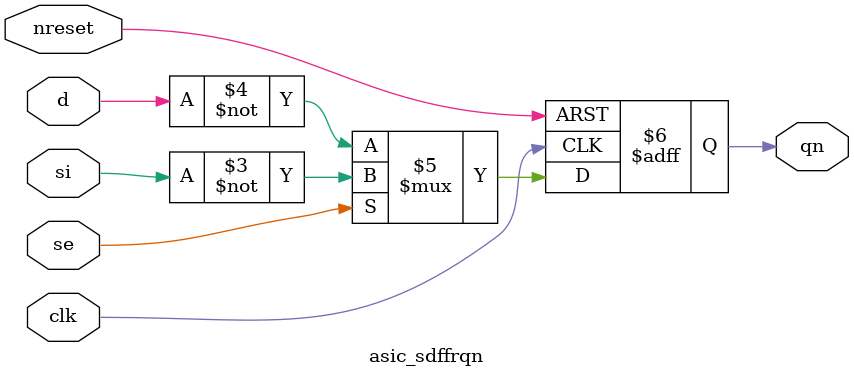
<source format=v>

module asic_sdffrqn
   (
    input      d,
    input      si,
    input      se,
    input      clk,
    input      nreset,
    output reg qn
    );

   always @ (posedge clk or negedge nreset)
     if(!nreset)
       qn <= 1'b1;
     else
       qn <=  se ? ~si : ~d;

endmodule

</source>
